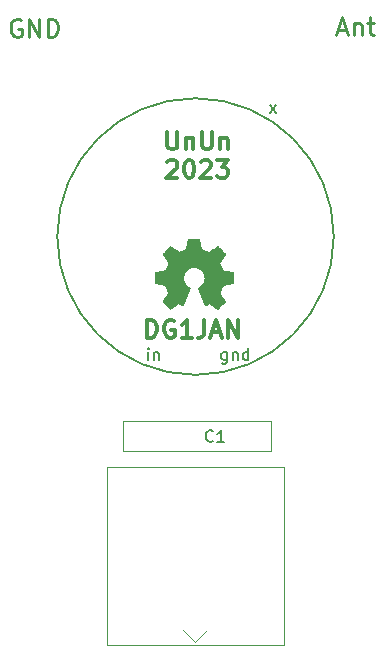
<source format=gbr>
%TF.GenerationSoftware,KiCad,Pcbnew,6.0.2+dfsg-1*%
%TF.CreationDate,2023-02-03T15:03:30+01:00*%
%TF.ProjectId,UnUn_BNC,556e556e-5f42-44e4-932e-6b696361645f,rev?*%
%TF.SameCoordinates,Original*%
%TF.FileFunction,Legend,Top*%
%TF.FilePolarity,Positive*%
%FSLAX46Y46*%
G04 Gerber Fmt 4.6, Leading zero omitted, Abs format (unit mm)*
G04 Created by KiCad (PCBNEW 6.0.2+dfsg-1) date 2023-02-03 15:03:30*
%MOMM*%
%LPD*%
G01*
G04 APERTURE LIST*
%ADD10C,0.250000*%
%ADD11C,0.300000*%
%ADD12C,0.150000*%
%ADD13C,0.010000*%
%ADD14C,0.120000*%
G04 APERTURE END LIST*
D10*
X129610714Y-48050000D02*
X130325000Y-48050000D01*
X129467857Y-48478571D02*
X129967857Y-46978571D01*
X130467857Y-48478571D01*
X130967857Y-47478571D02*
X130967857Y-48478571D01*
X130967857Y-47621428D02*
X131039285Y-47550000D01*
X131182142Y-47478571D01*
X131396428Y-47478571D01*
X131539285Y-47550000D01*
X131610714Y-47692857D01*
X131610714Y-48478571D01*
X132110714Y-47478571D02*
X132682142Y-47478571D01*
X132325000Y-46978571D02*
X132325000Y-48264285D01*
X132396428Y-48407142D01*
X132539285Y-48478571D01*
X132682142Y-48478571D01*
D11*
X115157571Y-56645071D02*
X115157571Y-57859357D01*
X115229000Y-58002214D01*
X115300428Y-58073642D01*
X115443285Y-58145071D01*
X115729000Y-58145071D01*
X115871857Y-58073642D01*
X115943285Y-58002214D01*
X116014714Y-57859357D01*
X116014714Y-56645071D01*
X116729000Y-57145071D02*
X116729000Y-58145071D01*
X116729000Y-57287928D02*
X116800428Y-57216500D01*
X116943285Y-57145071D01*
X117157571Y-57145071D01*
X117300428Y-57216500D01*
X117371857Y-57359357D01*
X117371857Y-58145071D01*
X118086142Y-56645071D02*
X118086142Y-57859357D01*
X118157571Y-58002214D01*
X118229000Y-58073642D01*
X118371857Y-58145071D01*
X118657571Y-58145071D01*
X118800428Y-58073642D01*
X118871857Y-58002214D01*
X118943285Y-57859357D01*
X118943285Y-56645071D01*
X119657571Y-57145071D02*
X119657571Y-58145071D01*
X119657571Y-57287928D02*
X119729000Y-57216500D01*
X119871857Y-57145071D01*
X120086142Y-57145071D01*
X120229000Y-57216500D01*
X120300428Y-57359357D01*
X120300428Y-58145071D01*
X115157571Y-59202928D02*
X115229000Y-59131500D01*
X115371857Y-59060071D01*
X115729000Y-59060071D01*
X115871857Y-59131500D01*
X115943285Y-59202928D01*
X116014714Y-59345785D01*
X116014714Y-59488642D01*
X115943285Y-59702928D01*
X115086142Y-60560071D01*
X116014714Y-60560071D01*
X116943285Y-59060071D02*
X117086142Y-59060071D01*
X117229000Y-59131500D01*
X117300428Y-59202928D01*
X117371857Y-59345785D01*
X117443285Y-59631500D01*
X117443285Y-59988642D01*
X117371857Y-60274357D01*
X117300428Y-60417214D01*
X117229000Y-60488642D01*
X117086142Y-60560071D01*
X116943285Y-60560071D01*
X116800428Y-60488642D01*
X116729000Y-60417214D01*
X116657571Y-60274357D01*
X116586142Y-59988642D01*
X116586142Y-59631500D01*
X116657571Y-59345785D01*
X116729000Y-59202928D01*
X116800428Y-59131500D01*
X116943285Y-59060071D01*
X118014714Y-59202928D02*
X118086142Y-59131500D01*
X118229000Y-59060071D01*
X118586142Y-59060071D01*
X118729000Y-59131500D01*
X118800428Y-59202928D01*
X118871857Y-59345785D01*
X118871857Y-59488642D01*
X118800428Y-59702928D01*
X117943285Y-60560071D01*
X118871857Y-60560071D01*
X119371857Y-59060071D02*
X120300428Y-59060071D01*
X119800428Y-59631500D01*
X120014714Y-59631500D01*
X120157571Y-59702928D01*
X120229000Y-59774357D01*
X120300428Y-59917214D01*
X120300428Y-60274357D01*
X120229000Y-60417214D01*
X120157571Y-60488642D01*
X120014714Y-60560071D01*
X119586142Y-60560071D01*
X119443285Y-60488642D01*
X119371857Y-60417214D01*
X113442857Y-74078571D02*
X113442857Y-72578571D01*
X113800000Y-72578571D01*
X114014285Y-72650000D01*
X114157142Y-72792857D01*
X114228571Y-72935714D01*
X114300000Y-73221428D01*
X114300000Y-73435714D01*
X114228571Y-73721428D01*
X114157142Y-73864285D01*
X114014285Y-74007142D01*
X113800000Y-74078571D01*
X113442857Y-74078571D01*
X115728571Y-72650000D02*
X115585714Y-72578571D01*
X115371428Y-72578571D01*
X115157142Y-72650000D01*
X115014285Y-72792857D01*
X114942857Y-72935714D01*
X114871428Y-73221428D01*
X114871428Y-73435714D01*
X114942857Y-73721428D01*
X115014285Y-73864285D01*
X115157142Y-74007142D01*
X115371428Y-74078571D01*
X115514285Y-74078571D01*
X115728571Y-74007142D01*
X115800000Y-73935714D01*
X115800000Y-73435714D01*
X115514285Y-73435714D01*
X117228571Y-74078571D02*
X116371428Y-74078571D01*
X116800000Y-74078571D02*
X116800000Y-72578571D01*
X116657142Y-72792857D01*
X116514285Y-72935714D01*
X116371428Y-73007142D01*
X118300000Y-72578571D02*
X118300000Y-73650000D01*
X118228571Y-73864285D01*
X118085714Y-74007142D01*
X117871428Y-74078571D01*
X117728571Y-74078571D01*
X118942857Y-73650000D02*
X119657142Y-73650000D01*
X118800000Y-74078571D02*
X119300000Y-72578571D01*
X119800000Y-74078571D01*
X120300000Y-74078571D02*
X120300000Y-72578571D01*
X121157142Y-74078571D01*
X121157142Y-72578571D01*
D10*
X102757142Y-47175000D02*
X102614285Y-47103571D01*
X102400000Y-47103571D01*
X102185714Y-47175000D01*
X102042857Y-47317857D01*
X101971428Y-47460714D01*
X101900000Y-47746428D01*
X101900000Y-47960714D01*
X101971428Y-48246428D01*
X102042857Y-48389285D01*
X102185714Y-48532142D01*
X102400000Y-48603571D01*
X102542857Y-48603571D01*
X102757142Y-48532142D01*
X102828571Y-48460714D01*
X102828571Y-47960714D01*
X102542857Y-47960714D01*
X103471428Y-48603571D02*
X103471428Y-47103571D01*
X104328571Y-48603571D01*
X104328571Y-47103571D01*
X105042857Y-48603571D02*
X105042857Y-47103571D01*
X105400000Y-47103571D01*
X105614285Y-47175000D01*
X105757142Y-47317857D01*
X105828571Y-47460714D01*
X105900000Y-47746428D01*
X105900000Y-47960714D01*
X105828571Y-48246428D01*
X105757142Y-48389285D01*
X105614285Y-48532142D01*
X105400000Y-48603571D01*
X105042857Y-48603571D01*
D12*
%TO.C,U2*%
X123867895Y-55062380D02*
X124391704Y-54395714D01*
X123867895Y-54395714D02*
X124391704Y-55062380D01*
X120211523Y-75317714D02*
X120211523Y-76127238D01*
X120163904Y-76222476D01*
X120116285Y-76270095D01*
X120021047Y-76317714D01*
X119878190Y-76317714D01*
X119782952Y-76270095D01*
X120211523Y-75936761D02*
X120116285Y-75984380D01*
X119925809Y-75984380D01*
X119830571Y-75936761D01*
X119782952Y-75889142D01*
X119735333Y-75793904D01*
X119735333Y-75508190D01*
X119782952Y-75412952D01*
X119830571Y-75365333D01*
X119925809Y-75317714D01*
X120116285Y-75317714D01*
X120211523Y-75365333D01*
X120687714Y-75317714D02*
X120687714Y-75984380D01*
X120687714Y-75412952D02*
X120735333Y-75365333D01*
X120830571Y-75317714D01*
X120973428Y-75317714D01*
X121068666Y-75365333D01*
X121116285Y-75460571D01*
X121116285Y-75984380D01*
X122021047Y-75984380D02*
X122021047Y-74984380D01*
X122021047Y-75936761D02*
X121925809Y-75984380D01*
X121735333Y-75984380D01*
X121640095Y-75936761D01*
X121592476Y-75889142D01*
X121544857Y-75793904D01*
X121544857Y-75508190D01*
X121592476Y-75412952D01*
X121640095Y-75365333D01*
X121735333Y-75317714D01*
X121925809Y-75317714D01*
X122021047Y-75365333D01*
X113549619Y-75984380D02*
X113549619Y-75317714D01*
X113549619Y-74984380D02*
X113502000Y-75032000D01*
X113549619Y-75079619D01*
X113597238Y-75032000D01*
X113549619Y-74984380D01*
X113549619Y-75079619D01*
X114025809Y-75317714D02*
X114025809Y-75984380D01*
X114025809Y-75412952D02*
X114073428Y-75365333D01*
X114168666Y-75317714D01*
X114311523Y-75317714D01*
X114406761Y-75365333D01*
X114454380Y-75460571D01*
X114454380Y-75984380D01*
%TO.C,C1*%
X119032333Y-82832942D02*
X118984714Y-82880561D01*
X118841857Y-82928180D01*
X118746619Y-82928180D01*
X118603761Y-82880561D01*
X118508523Y-82785323D01*
X118460904Y-82690085D01*
X118413285Y-82499609D01*
X118413285Y-82356752D01*
X118460904Y-82166276D01*
X118508523Y-82071038D01*
X118603761Y-81975800D01*
X118746619Y-81928180D01*
X118841857Y-81928180D01*
X118984714Y-81975800D01*
X119032333Y-82023419D01*
X119984714Y-82928180D02*
X119413285Y-82928180D01*
X119699000Y-82928180D02*
X119699000Y-81928180D01*
X119603761Y-82071038D01*
X119508523Y-82166276D01*
X119413285Y-82213895D01*
D13*
%TO.C,REF\u002A\u002A*%
X117955814Y-66168931D02*
X118039635Y-66613555D01*
X118039635Y-66613555D02*
X118348920Y-66741053D01*
X118348920Y-66741053D02*
X118658206Y-66868551D01*
X118658206Y-66868551D02*
X119029246Y-66616246D01*
X119029246Y-66616246D02*
X119133157Y-66545996D01*
X119133157Y-66545996D02*
X119227087Y-66483272D01*
X119227087Y-66483272D02*
X119306652Y-66430938D01*
X119306652Y-66430938D02*
X119367470Y-66391857D01*
X119367470Y-66391857D02*
X119405157Y-66368893D01*
X119405157Y-66368893D02*
X119415421Y-66363942D01*
X119415421Y-66363942D02*
X119433910Y-66376676D01*
X119433910Y-66376676D02*
X119473420Y-66411882D01*
X119473420Y-66411882D02*
X119529522Y-66465062D01*
X119529522Y-66465062D02*
X119597787Y-66531718D01*
X119597787Y-66531718D02*
X119673786Y-66607354D01*
X119673786Y-66607354D02*
X119753092Y-66687472D01*
X119753092Y-66687472D02*
X119831275Y-66767574D01*
X119831275Y-66767574D02*
X119903907Y-66843164D01*
X119903907Y-66843164D02*
X119966559Y-66909745D01*
X119966559Y-66909745D02*
X120014803Y-66962818D01*
X120014803Y-66962818D02*
X120044210Y-66997887D01*
X120044210Y-66997887D02*
X120051241Y-67009623D01*
X120051241Y-67009623D02*
X120041123Y-67031260D01*
X120041123Y-67031260D02*
X120012759Y-67078662D01*
X120012759Y-67078662D02*
X119969129Y-67147193D01*
X119969129Y-67147193D02*
X119913218Y-67232215D01*
X119913218Y-67232215D02*
X119848006Y-67329093D01*
X119848006Y-67329093D02*
X119810219Y-67384350D01*
X119810219Y-67384350D02*
X119741343Y-67485248D01*
X119741343Y-67485248D02*
X119680140Y-67576299D01*
X119680140Y-67576299D02*
X119629578Y-67652970D01*
X119629578Y-67652970D02*
X119592628Y-67710728D01*
X119592628Y-67710728D02*
X119572258Y-67745043D01*
X119572258Y-67745043D02*
X119569197Y-67752254D01*
X119569197Y-67752254D02*
X119576136Y-67772748D01*
X119576136Y-67772748D02*
X119595051Y-67820513D01*
X119595051Y-67820513D02*
X119623087Y-67888832D01*
X119623087Y-67888832D02*
X119657391Y-67970989D01*
X119657391Y-67970989D02*
X119695109Y-68060270D01*
X119695109Y-68060270D02*
X119733387Y-68149958D01*
X119733387Y-68149958D02*
X119769370Y-68233338D01*
X119769370Y-68233338D02*
X119800206Y-68303694D01*
X119800206Y-68303694D02*
X119823039Y-68354310D01*
X119823039Y-68354310D02*
X119835017Y-68378471D01*
X119835017Y-68378471D02*
X119835724Y-68379422D01*
X119835724Y-68379422D02*
X119854531Y-68384036D01*
X119854531Y-68384036D02*
X119904618Y-68394328D01*
X119904618Y-68394328D02*
X119980793Y-68409287D01*
X119980793Y-68409287D02*
X120077865Y-68427901D01*
X120077865Y-68427901D02*
X120190643Y-68449159D01*
X120190643Y-68449159D02*
X120256442Y-68461418D01*
X120256442Y-68461418D02*
X120376950Y-68484362D01*
X120376950Y-68484362D02*
X120485797Y-68506195D01*
X120485797Y-68506195D02*
X120577476Y-68525722D01*
X120577476Y-68525722D02*
X120646481Y-68541748D01*
X120646481Y-68541748D02*
X120687304Y-68553079D01*
X120687304Y-68553079D02*
X120695511Y-68556674D01*
X120695511Y-68556674D02*
X120703548Y-68581006D01*
X120703548Y-68581006D02*
X120710033Y-68635959D01*
X120710033Y-68635959D02*
X120714970Y-68715108D01*
X120714970Y-68715108D02*
X120718364Y-68812026D01*
X120718364Y-68812026D02*
X120720218Y-68920287D01*
X120720218Y-68920287D02*
X120720538Y-69033465D01*
X120720538Y-69033465D02*
X120719327Y-69145135D01*
X120719327Y-69145135D02*
X120716590Y-69248868D01*
X120716590Y-69248868D02*
X120712331Y-69338241D01*
X120712331Y-69338241D02*
X120706555Y-69406826D01*
X120706555Y-69406826D02*
X120699267Y-69448197D01*
X120699267Y-69448197D02*
X120694895Y-69456810D01*
X120694895Y-69456810D02*
X120668764Y-69467133D01*
X120668764Y-69467133D02*
X120613393Y-69481892D01*
X120613393Y-69481892D02*
X120536107Y-69499352D01*
X120536107Y-69499352D02*
X120444230Y-69517780D01*
X120444230Y-69517780D02*
X120412158Y-69523741D01*
X120412158Y-69523741D02*
X120257524Y-69552066D01*
X120257524Y-69552066D02*
X120135375Y-69574876D01*
X120135375Y-69574876D02*
X120041673Y-69593080D01*
X120041673Y-69593080D02*
X119972384Y-69607583D01*
X119972384Y-69607583D02*
X119923471Y-69619292D01*
X119923471Y-69619292D02*
X119890897Y-69629115D01*
X119890897Y-69629115D02*
X119870628Y-69637956D01*
X119870628Y-69637956D02*
X119858626Y-69646724D01*
X119858626Y-69646724D02*
X119856947Y-69648457D01*
X119856947Y-69648457D02*
X119840184Y-69676371D01*
X119840184Y-69676371D02*
X119814614Y-69730695D01*
X119814614Y-69730695D02*
X119782788Y-69804777D01*
X119782788Y-69804777D02*
X119747260Y-69891965D01*
X119747260Y-69891965D02*
X119710583Y-69985608D01*
X119710583Y-69985608D02*
X119675311Y-70079052D01*
X119675311Y-70079052D02*
X119643996Y-70165647D01*
X119643996Y-70165647D02*
X119619193Y-70238740D01*
X119619193Y-70238740D02*
X119603454Y-70291678D01*
X119603454Y-70291678D02*
X119599332Y-70317811D01*
X119599332Y-70317811D02*
X119599676Y-70318726D01*
X119599676Y-70318726D02*
X119613641Y-70340086D01*
X119613641Y-70340086D02*
X119645322Y-70387084D01*
X119645322Y-70387084D02*
X119691391Y-70454827D01*
X119691391Y-70454827D02*
X119748518Y-70538423D01*
X119748518Y-70538423D02*
X119813373Y-70632982D01*
X119813373Y-70632982D02*
X119831843Y-70659854D01*
X119831843Y-70659854D02*
X119897699Y-70757275D01*
X119897699Y-70757275D02*
X119955650Y-70846163D01*
X119955650Y-70846163D02*
X120002538Y-70921412D01*
X120002538Y-70921412D02*
X120035207Y-70977920D01*
X120035207Y-70977920D02*
X120050500Y-71010581D01*
X120050500Y-71010581D02*
X120051241Y-71014593D01*
X120051241Y-71014593D02*
X120038392Y-71035684D01*
X120038392Y-71035684D02*
X120002888Y-71077464D01*
X120002888Y-71077464D02*
X119949293Y-71135445D01*
X119949293Y-71135445D02*
X119882171Y-71205135D01*
X119882171Y-71205135D02*
X119806087Y-71282045D01*
X119806087Y-71282045D02*
X119725604Y-71361683D01*
X119725604Y-71361683D02*
X119645287Y-71439561D01*
X119645287Y-71439561D02*
X119569699Y-71511186D01*
X119569699Y-71511186D02*
X119503405Y-71572070D01*
X119503405Y-71572070D02*
X119450969Y-71617721D01*
X119450969Y-71617721D02*
X119416955Y-71643650D01*
X119416955Y-71643650D02*
X119407545Y-71647883D01*
X119407545Y-71647883D02*
X119385643Y-71637912D01*
X119385643Y-71637912D02*
X119340800Y-71611020D01*
X119340800Y-71611020D02*
X119280321Y-71571736D01*
X119280321Y-71571736D02*
X119233789Y-71540117D01*
X119233789Y-71540117D02*
X119149475Y-71482098D01*
X119149475Y-71482098D02*
X119049626Y-71413784D01*
X119049626Y-71413784D02*
X118949473Y-71345579D01*
X118949473Y-71345579D02*
X118895627Y-71309075D01*
X118895627Y-71309075D02*
X118713371Y-71185800D01*
X118713371Y-71185800D02*
X118560381Y-71268520D01*
X118560381Y-71268520D02*
X118490682Y-71304759D01*
X118490682Y-71304759D02*
X118431414Y-71332926D01*
X118431414Y-71332926D02*
X118391311Y-71348991D01*
X118391311Y-71348991D02*
X118381103Y-71351226D01*
X118381103Y-71351226D02*
X118368829Y-71334722D01*
X118368829Y-71334722D02*
X118344613Y-71288082D01*
X118344613Y-71288082D02*
X118310263Y-71215609D01*
X118310263Y-71215609D02*
X118267588Y-71121606D01*
X118267588Y-71121606D02*
X118218394Y-71010374D01*
X118218394Y-71010374D02*
X118164490Y-70886215D01*
X118164490Y-70886215D02*
X118107684Y-70753432D01*
X118107684Y-70753432D02*
X118049782Y-70616327D01*
X118049782Y-70616327D02*
X117992593Y-70479202D01*
X117992593Y-70479202D02*
X117937924Y-70346358D01*
X117937924Y-70346358D02*
X117887584Y-70222098D01*
X117887584Y-70222098D02*
X117843380Y-70110725D01*
X117843380Y-70110725D02*
X117807119Y-70016539D01*
X117807119Y-70016539D02*
X117780609Y-69943844D01*
X117780609Y-69943844D02*
X117765658Y-69896941D01*
X117765658Y-69896941D02*
X117763254Y-69880833D01*
X117763254Y-69880833D02*
X117782311Y-69860286D01*
X117782311Y-69860286D02*
X117824036Y-69826933D01*
X117824036Y-69826933D02*
X117879706Y-69787702D01*
X117879706Y-69787702D02*
X117884378Y-69784599D01*
X117884378Y-69784599D02*
X118028264Y-69669423D01*
X118028264Y-69669423D02*
X118144283Y-69535053D01*
X118144283Y-69535053D02*
X118231430Y-69385784D01*
X118231430Y-69385784D02*
X118288699Y-69225913D01*
X118288699Y-69225913D02*
X118315086Y-69059737D01*
X118315086Y-69059737D02*
X118309585Y-68891552D01*
X118309585Y-68891552D02*
X118271190Y-68725655D01*
X118271190Y-68725655D02*
X118198895Y-68566342D01*
X118198895Y-68566342D02*
X118177626Y-68531487D01*
X118177626Y-68531487D02*
X118066996Y-68390737D01*
X118066996Y-68390737D02*
X117936302Y-68277714D01*
X117936302Y-68277714D02*
X117790064Y-68193003D01*
X117790064Y-68193003D02*
X117632808Y-68137194D01*
X117632808Y-68137194D02*
X117469057Y-68110874D01*
X117469057Y-68110874D02*
X117303333Y-68114630D01*
X117303333Y-68114630D02*
X117140162Y-68149050D01*
X117140162Y-68149050D02*
X116984065Y-68214723D01*
X116984065Y-68214723D02*
X116839567Y-68312235D01*
X116839567Y-68312235D02*
X116794869Y-68351813D01*
X116794869Y-68351813D02*
X116681112Y-68475703D01*
X116681112Y-68475703D02*
X116598218Y-68606124D01*
X116598218Y-68606124D02*
X116541356Y-68752315D01*
X116541356Y-68752315D02*
X116509687Y-68897088D01*
X116509687Y-68897088D02*
X116501869Y-69059860D01*
X116501869Y-69059860D02*
X116527938Y-69223440D01*
X116527938Y-69223440D02*
X116585245Y-69382298D01*
X116585245Y-69382298D02*
X116671144Y-69530906D01*
X116671144Y-69530906D02*
X116782986Y-69663735D01*
X116782986Y-69663735D02*
X116918123Y-69775256D01*
X116918123Y-69775256D02*
X116935883Y-69787011D01*
X116935883Y-69787011D02*
X116992150Y-69825508D01*
X116992150Y-69825508D02*
X117034923Y-69858863D01*
X117034923Y-69858863D02*
X117055372Y-69880160D01*
X117055372Y-69880160D02*
X117055669Y-69880833D01*
X117055669Y-69880833D02*
X117051279Y-69903871D01*
X117051279Y-69903871D02*
X117033876Y-69956157D01*
X117033876Y-69956157D02*
X117005268Y-70033390D01*
X117005268Y-70033390D02*
X116967265Y-70131268D01*
X116967265Y-70131268D02*
X116921674Y-70245491D01*
X116921674Y-70245491D02*
X116870303Y-70371758D01*
X116870303Y-70371758D02*
X116814962Y-70505767D01*
X116814962Y-70505767D02*
X116757458Y-70643218D01*
X116757458Y-70643218D02*
X116699601Y-70779808D01*
X116699601Y-70779808D02*
X116643198Y-70911237D01*
X116643198Y-70911237D02*
X116590058Y-71033205D01*
X116590058Y-71033205D02*
X116541990Y-71141409D01*
X116541990Y-71141409D02*
X116500801Y-71231549D01*
X116500801Y-71231549D02*
X116468301Y-71299323D01*
X116468301Y-71299323D02*
X116446297Y-71340430D01*
X116446297Y-71340430D02*
X116437436Y-71351226D01*
X116437436Y-71351226D02*
X116410360Y-71342819D01*
X116410360Y-71342819D02*
X116359697Y-71320272D01*
X116359697Y-71320272D02*
X116294183Y-71287613D01*
X116294183Y-71287613D02*
X116258159Y-71268520D01*
X116258159Y-71268520D02*
X116105168Y-71185800D01*
X116105168Y-71185800D02*
X115922912Y-71309075D01*
X115922912Y-71309075D02*
X115829875Y-71372228D01*
X115829875Y-71372228D02*
X115728015Y-71441727D01*
X115728015Y-71441727D02*
X115632562Y-71507165D01*
X115632562Y-71507165D02*
X115584750Y-71540117D01*
X115584750Y-71540117D02*
X115517505Y-71585273D01*
X115517505Y-71585273D02*
X115460564Y-71621057D01*
X115460564Y-71621057D02*
X115421354Y-71642938D01*
X115421354Y-71642938D02*
X115408619Y-71647563D01*
X115408619Y-71647563D02*
X115390083Y-71635085D01*
X115390083Y-71635085D02*
X115349059Y-71600252D01*
X115349059Y-71600252D02*
X115289525Y-71546678D01*
X115289525Y-71546678D02*
X115215458Y-71477983D01*
X115215458Y-71477983D02*
X115130835Y-71397781D01*
X115130835Y-71397781D02*
X115077315Y-71346286D01*
X115077315Y-71346286D02*
X114983681Y-71254286D01*
X114983681Y-71254286D02*
X114902759Y-71171999D01*
X114902759Y-71171999D02*
X114837823Y-71102945D01*
X114837823Y-71102945D02*
X114792142Y-71050644D01*
X114792142Y-71050644D02*
X114768989Y-71018616D01*
X114768989Y-71018616D02*
X114766768Y-71012116D01*
X114766768Y-71012116D02*
X114777076Y-70987394D01*
X114777076Y-70987394D02*
X114805561Y-70937405D01*
X114805561Y-70937405D02*
X114849063Y-70867212D01*
X114849063Y-70867212D02*
X114904423Y-70781875D01*
X114904423Y-70781875D02*
X114968480Y-70686456D01*
X114968480Y-70686456D02*
X114986697Y-70659854D01*
X114986697Y-70659854D02*
X115053073Y-70563167D01*
X115053073Y-70563167D02*
X115112622Y-70476117D01*
X115112622Y-70476117D02*
X115162016Y-70403595D01*
X115162016Y-70403595D02*
X115197925Y-70350493D01*
X115197925Y-70350493D02*
X115217019Y-70321703D01*
X115217019Y-70321703D02*
X115218864Y-70318726D01*
X115218864Y-70318726D02*
X115216105Y-70295782D01*
X115216105Y-70295782D02*
X115201462Y-70245336D01*
X115201462Y-70245336D02*
X115177487Y-70174041D01*
X115177487Y-70174041D02*
X115146734Y-70088547D01*
X115146734Y-70088547D02*
X115111756Y-69995507D01*
X115111756Y-69995507D02*
X115075107Y-69901574D01*
X115075107Y-69901574D02*
X115039339Y-69813399D01*
X115039339Y-69813399D02*
X115007006Y-69737634D01*
X115007006Y-69737634D02*
X114980662Y-69680931D01*
X114980662Y-69680931D02*
X114962858Y-69649943D01*
X114962858Y-69649943D02*
X114961593Y-69648457D01*
X114961593Y-69648457D02*
X114950706Y-69639601D01*
X114950706Y-69639601D02*
X114932318Y-69630843D01*
X114932318Y-69630843D02*
X114902394Y-69621277D01*
X114902394Y-69621277D02*
X114856897Y-69609996D01*
X114856897Y-69609996D02*
X114791791Y-69596093D01*
X114791791Y-69596093D02*
X114703039Y-69578663D01*
X114703039Y-69578663D02*
X114586607Y-69556798D01*
X114586607Y-69556798D02*
X114438458Y-69529591D01*
X114438458Y-69529591D02*
X114406382Y-69523741D01*
X114406382Y-69523741D02*
X114311314Y-69505374D01*
X114311314Y-69505374D02*
X114228435Y-69487405D01*
X114228435Y-69487405D02*
X114165070Y-69471569D01*
X114165070Y-69471569D02*
X114128542Y-69459600D01*
X114128542Y-69459600D02*
X114123644Y-69456810D01*
X114123644Y-69456810D02*
X114115573Y-69432072D01*
X114115573Y-69432072D02*
X114109013Y-69376790D01*
X114109013Y-69376790D02*
X114103967Y-69297389D01*
X114103967Y-69297389D02*
X114100441Y-69200296D01*
X114100441Y-69200296D02*
X114098439Y-69091938D01*
X114098439Y-69091938D02*
X114097964Y-68978740D01*
X114097964Y-68978740D02*
X114099023Y-68867128D01*
X114099023Y-68867128D02*
X114101618Y-68763529D01*
X114101618Y-68763529D02*
X114105754Y-68674368D01*
X114105754Y-68674368D02*
X114111437Y-68606072D01*
X114111437Y-68606072D02*
X114118669Y-68565066D01*
X114118669Y-68565066D02*
X114123029Y-68556674D01*
X114123029Y-68556674D02*
X114147302Y-68548208D01*
X114147302Y-68548208D02*
X114202574Y-68534435D01*
X114202574Y-68534435D02*
X114283338Y-68516550D01*
X114283338Y-68516550D02*
X114384088Y-68495748D01*
X114384088Y-68495748D02*
X114499317Y-68473223D01*
X114499317Y-68473223D02*
X114562098Y-68461418D01*
X114562098Y-68461418D02*
X114681213Y-68439151D01*
X114681213Y-68439151D02*
X114787435Y-68418979D01*
X114787435Y-68418979D02*
X114875573Y-68401915D01*
X114875573Y-68401915D02*
X114940434Y-68388969D01*
X114940434Y-68388969D02*
X114976826Y-68381155D01*
X114976826Y-68381155D02*
X114982816Y-68379422D01*
X114982816Y-68379422D02*
X114992939Y-68359890D01*
X114992939Y-68359890D02*
X115014338Y-68312843D01*
X115014338Y-68312843D02*
X115044161Y-68245003D01*
X115044161Y-68245003D02*
X115079555Y-68163091D01*
X115079555Y-68163091D02*
X115117668Y-68073828D01*
X115117668Y-68073828D02*
X115155647Y-67983935D01*
X115155647Y-67983935D02*
X115190640Y-67900135D01*
X115190640Y-67900135D02*
X115219794Y-67829147D01*
X115219794Y-67829147D02*
X115240257Y-67777694D01*
X115240257Y-67777694D02*
X115249177Y-67752497D01*
X115249177Y-67752497D02*
X115249343Y-67751396D01*
X115249343Y-67751396D02*
X115239231Y-67731519D01*
X115239231Y-67731519D02*
X115210883Y-67685777D01*
X115210883Y-67685777D02*
X115167277Y-67618717D01*
X115167277Y-67618717D02*
X115111394Y-67534884D01*
X115111394Y-67534884D02*
X115046213Y-67438826D01*
X115046213Y-67438826D02*
X115008321Y-67383650D01*
X115008321Y-67383650D02*
X114939275Y-67282481D01*
X114939275Y-67282481D02*
X114877950Y-67190630D01*
X114877950Y-67190630D02*
X114827337Y-67112744D01*
X114827337Y-67112744D02*
X114790429Y-67053469D01*
X114790429Y-67053469D02*
X114770218Y-67017451D01*
X114770218Y-67017451D02*
X114767299Y-67009377D01*
X114767299Y-67009377D02*
X114779847Y-66990584D01*
X114779847Y-66990584D02*
X114814537Y-66950457D01*
X114814537Y-66950457D02*
X114866937Y-66893493D01*
X114866937Y-66893493D02*
X114932616Y-66824185D01*
X114932616Y-66824185D02*
X115007144Y-66747031D01*
X115007144Y-66747031D02*
X115086087Y-66666525D01*
X115086087Y-66666525D02*
X115165017Y-66587163D01*
X115165017Y-66587163D02*
X115239500Y-66513440D01*
X115239500Y-66513440D02*
X115305106Y-66449852D01*
X115305106Y-66449852D02*
X115357404Y-66400894D01*
X115357404Y-66400894D02*
X115391961Y-66371061D01*
X115391961Y-66371061D02*
X115403522Y-66363942D01*
X115403522Y-66363942D02*
X115422346Y-66373953D01*
X115422346Y-66373953D02*
X115467369Y-66402078D01*
X115467369Y-66402078D02*
X115534213Y-66445454D01*
X115534213Y-66445454D02*
X115618501Y-66501218D01*
X115618501Y-66501218D02*
X115715856Y-66566506D01*
X115715856Y-66566506D02*
X115789293Y-66616246D01*
X115789293Y-66616246D02*
X116160333Y-66868551D01*
X116160333Y-66868551D02*
X116778905Y-66613555D01*
X116778905Y-66613555D02*
X116862725Y-66168931D01*
X116862725Y-66168931D02*
X116946546Y-65724307D01*
X116946546Y-65724307D02*
X117871994Y-65724307D01*
X117871994Y-65724307D02*
X117955814Y-66168931D01*
X117955814Y-66168931D02*
X117955814Y-66168931D01*
G36*
X117955814Y-66168931D02*
G01*
X118039635Y-66613555D01*
X118348920Y-66741053D01*
X118658206Y-66868551D01*
X119029246Y-66616246D01*
X119133157Y-66545996D01*
X119227087Y-66483272D01*
X119306652Y-66430938D01*
X119367470Y-66391857D01*
X119405157Y-66368893D01*
X119415421Y-66363942D01*
X119433910Y-66376676D01*
X119473420Y-66411882D01*
X119529522Y-66465062D01*
X119597787Y-66531718D01*
X119673786Y-66607354D01*
X119753092Y-66687472D01*
X119831275Y-66767574D01*
X119903907Y-66843164D01*
X119966559Y-66909745D01*
X120014803Y-66962818D01*
X120044210Y-66997887D01*
X120051241Y-67009623D01*
X120041123Y-67031260D01*
X120012759Y-67078662D01*
X119969129Y-67147193D01*
X119913218Y-67232215D01*
X119848006Y-67329093D01*
X119810219Y-67384350D01*
X119741343Y-67485248D01*
X119680140Y-67576299D01*
X119629578Y-67652970D01*
X119592628Y-67710728D01*
X119572258Y-67745043D01*
X119569197Y-67752254D01*
X119576136Y-67772748D01*
X119595051Y-67820513D01*
X119623087Y-67888832D01*
X119657391Y-67970989D01*
X119695109Y-68060270D01*
X119733387Y-68149958D01*
X119769370Y-68233338D01*
X119800206Y-68303694D01*
X119823039Y-68354310D01*
X119835017Y-68378471D01*
X119835724Y-68379422D01*
X119854531Y-68384036D01*
X119904618Y-68394328D01*
X119980793Y-68409287D01*
X120077865Y-68427901D01*
X120190643Y-68449159D01*
X120256442Y-68461418D01*
X120376950Y-68484362D01*
X120485797Y-68506195D01*
X120577476Y-68525722D01*
X120646481Y-68541748D01*
X120687304Y-68553079D01*
X120695511Y-68556674D01*
X120703548Y-68581006D01*
X120710033Y-68635959D01*
X120714970Y-68715108D01*
X120718364Y-68812026D01*
X120720218Y-68920287D01*
X120720538Y-69033465D01*
X120719327Y-69145135D01*
X120716590Y-69248868D01*
X120712331Y-69338241D01*
X120706555Y-69406826D01*
X120699267Y-69448197D01*
X120694895Y-69456810D01*
X120668764Y-69467133D01*
X120613393Y-69481892D01*
X120536107Y-69499352D01*
X120444230Y-69517780D01*
X120412158Y-69523741D01*
X120257524Y-69552066D01*
X120135375Y-69574876D01*
X120041673Y-69593080D01*
X119972384Y-69607583D01*
X119923471Y-69619292D01*
X119890897Y-69629115D01*
X119870628Y-69637956D01*
X119858626Y-69646724D01*
X119856947Y-69648457D01*
X119840184Y-69676371D01*
X119814614Y-69730695D01*
X119782788Y-69804777D01*
X119747260Y-69891965D01*
X119710583Y-69985608D01*
X119675311Y-70079052D01*
X119643996Y-70165647D01*
X119619193Y-70238740D01*
X119603454Y-70291678D01*
X119599332Y-70317811D01*
X119599676Y-70318726D01*
X119613641Y-70340086D01*
X119645322Y-70387084D01*
X119691391Y-70454827D01*
X119748518Y-70538423D01*
X119813373Y-70632982D01*
X119831843Y-70659854D01*
X119897699Y-70757275D01*
X119955650Y-70846163D01*
X120002538Y-70921412D01*
X120035207Y-70977920D01*
X120050500Y-71010581D01*
X120051241Y-71014593D01*
X120038392Y-71035684D01*
X120002888Y-71077464D01*
X119949293Y-71135445D01*
X119882171Y-71205135D01*
X119806087Y-71282045D01*
X119725604Y-71361683D01*
X119645287Y-71439561D01*
X119569699Y-71511186D01*
X119503405Y-71572070D01*
X119450969Y-71617721D01*
X119416955Y-71643650D01*
X119407545Y-71647883D01*
X119385643Y-71637912D01*
X119340800Y-71611020D01*
X119280321Y-71571736D01*
X119233789Y-71540117D01*
X119149475Y-71482098D01*
X119049626Y-71413784D01*
X118949473Y-71345579D01*
X118895627Y-71309075D01*
X118713371Y-71185800D01*
X118560381Y-71268520D01*
X118490682Y-71304759D01*
X118431414Y-71332926D01*
X118391311Y-71348991D01*
X118381103Y-71351226D01*
X118368829Y-71334722D01*
X118344613Y-71288082D01*
X118310263Y-71215609D01*
X118267588Y-71121606D01*
X118218394Y-71010374D01*
X118164490Y-70886215D01*
X118107684Y-70753432D01*
X118049782Y-70616327D01*
X117992593Y-70479202D01*
X117937924Y-70346358D01*
X117887584Y-70222098D01*
X117843380Y-70110725D01*
X117807119Y-70016539D01*
X117780609Y-69943844D01*
X117765658Y-69896941D01*
X117763254Y-69880833D01*
X117782311Y-69860286D01*
X117824036Y-69826933D01*
X117879706Y-69787702D01*
X117884378Y-69784599D01*
X118028264Y-69669423D01*
X118144283Y-69535053D01*
X118231430Y-69385784D01*
X118288699Y-69225913D01*
X118315086Y-69059737D01*
X118309585Y-68891552D01*
X118271190Y-68725655D01*
X118198895Y-68566342D01*
X118177626Y-68531487D01*
X118066996Y-68390737D01*
X117936302Y-68277714D01*
X117790064Y-68193003D01*
X117632808Y-68137194D01*
X117469057Y-68110874D01*
X117303333Y-68114630D01*
X117140162Y-68149050D01*
X116984065Y-68214723D01*
X116839567Y-68312235D01*
X116794869Y-68351813D01*
X116681112Y-68475703D01*
X116598218Y-68606124D01*
X116541356Y-68752315D01*
X116509687Y-68897088D01*
X116501869Y-69059860D01*
X116527938Y-69223440D01*
X116585245Y-69382298D01*
X116671144Y-69530906D01*
X116782986Y-69663735D01*
X116918123Y-69775256D01*
X116935883Y-69787011D01*
X116992150Y-69825508D01*
X117034923Y-69858863D01*
X117055372Y-69880160D01*
X117055669Y-69880833D01*
X117051279Y-69903871D01*
X117033876Y-69956157D01*
X117005268Y-70033390D01*
X116967265Y-70131268D01*
X116921674Y-70245491D01*
X116870303Y-70371758D01*
X116814962Y-70505767D01*
X116757458Y-70643218D01*
X116699601Y-70779808D01*
X116643198Y-70911237D01*
X116590058Y-71033205D01*
X116541990Y-71141409D01*
X116500801Y-71231549D01*
X116468301Y-71299323D01*
X116446297Y-71340430D01*
X116437436Y-71351226D01*
X116410360Y-71342819D01*
X116359697Y-71320272D01*
X116294183Y-71287613D01*
X116258159Y-71268520D01*
X116105168Y-71185800D01*
X115922912Y-71309075D01*
X115829875Y-71372228D01*
X115728015Y-71441727D01*
X115632562Y-71507165D01*
X115584750Y-71540117D01*
X115517505Y-71585273D01*
X115460564Y-71621057D01*
X115421354Y-71642938D01*
X115408619Y-71647563D01*
X115390083Y-71635085D01*
X115349059Y-71600252D01*
X115289525Y-71546678D01*
X115215458Y-71477983D01*
X115130835Y-71397781D01*
X115077315Y-71346286D01*
X114983681Y-71254286D01*
X114902759Y-71171999D01*
X114837823Y-71102945D01*
X114792142Y-71050644D01*
X114768989Y-71018616D01*
X114766768Y-71012116D01*
X114777076Y-70987394D01*
X114805561Y-70937405D01*
X114849063Y-70867212D01*
X114904423Y-70781875D01*
X114968480Y-70686456D01*
X114986697Y-70659854D01*
X115053073Y-70563167D01*
X115112622Y-70476117D01*
X115162016Y-70403595D01*
X115197925Y-70350493D01*
X115217019Y-70321703D01*
X115218864Y-70318726D01*
X115216105Y-70295782D01*
X115201462Y-70245336D01*
X115177487Y-70174041D01*
X115146734Y-70088547D01*
X115111756Y-69995507D01*
X115075107Y-69901574D01*
X115039339Y-69813399D01*
X115007006Y-69737634D01*
X114980662Y-69680931D01*
X114962858Y-69649943D01*
X114961593Y-69648457D01*
X114950706Y-69639601D01*
X114932318Y-69630843D01*
X114902394Y-69621277D01*
X114856897Y-69609996D01*
X114791791Y-69596093D01*
X114703039Y-69578663D01*
X114586607Y-69556798D01*
X114438458Y-69529591D01*
X114406382Y-69523741D01*
X114311314Y-69505374D01*
X114228435Y-69487405D01*
X114165070Y-69471569D01*
X114128542Y-69459600D01*
X114123644Y-69456810D01*
X114115573Y-69432072D01*
X114109013Y-69376790D01*
X114103967Y-69297389D01*
X114100441Y-69200296D01*
X114098439Y-69091938D01*
X114097964Y-68978740D01*
X114099023Y-68867128D01*
X114101618Y-68763529D01*
X114105754Y-68674368D01*
X114111437Y-68606072D01*
X114118669Y-68565066D01*
X114123029Y-68556674D01*
X114147302Y-68548208D01*
X114202574Y-68534435D01*
X114283338Y-68516550D01*
X114384088Y-68495748D01*
X114499317Y-68473223D01*
X114562098Y-68461418D01*
X114681213Y-68439151D01*
X114787435Y-68418979D01*
X114875573Y-68401915D01*
X114940434Y-68388969D01*
X114976826Y-68381155D01*
X114982816Y-68379422D01*
X114992939Y-68359890D01*
X115014338Y-68312843D01*
X115044161Y-68245003D01*
X115079555Y-68163091D01*
X115117668Y-68073828D01*
X115155647Y-67983935D01*
X115190640Y-67900135D01*
X115219794Y-67829147D01*
X115240257Y-67777694D01*
X115249177Y-67752497D01*
X115249343Y-67751396D01*
X115239231Y-67731519D01*
X115210883Y-67685777D01*
X115167277Y-67618717D01*
X115111394Y-67534884D01*
X115046213Y-67438826D01*
X115008321Y-67383650D01*
X114939275Y-67282481D01*
X114877950Y-67190630D01*
X114827337Y-67112744D01*
X114790429Y-67053469D01*
X114770218Y-67017451D01*
X114767299Y-67009377D01*
X114779847Y-66990584D01*
X114814537Y-66950457D01*
X114866937Y-66893493D01*
X114932616Y-66824185D01*
X115007144Y-66747031D01*
X115086087Y-66666525D01*
X115165017Y-66587163D01*
X115239500Y-66513440D01*
X115305106Y-66449852D01*
X115357404Y-66400894D01*
X115391961Y-66371061D01*
X115403522Y-66363942D01*
X115422346Y-66373953D01*
X115467369Y-66402078D01*
X115534213Y-66445454D01*
X115618501Y-66501218D01*
X115715856Y-66566506D01*
X115789293Y-66616246D01*
X116160333Y-66868551D01*
X116778905Y-66613555D01*
X116862725Y-66168931D01*
X116946546Y-65724307D01*
X117871994Y-65724307D01*
X117955814Y-66168931D01*
G37*
X117955814Y-66168931D02*
X118039635Y-66613555D01*
X118348920Y-66741053D01*
X118658206Y-66868551D01*
X119029246Y-66616246D01*
X119133157Y-66545996D01*
X119227087Y-66483272D01*
X119306652Y-66430938D01*
X119367470Y-66391857D01*
X119405157Y-66368893D01*
X119415421Y-66363942D01*
X119433910Y-66376676D01*
X119473420Y-66411882D01*
X119529522Y-66465062D01*
X119597787Y-66531718D01*
X119673786Y-66607354D01*
X119753092Y-66687472D01*
X119831275Y-66767574D01*
X119903907Y-66843164D01*
X119966559Y-66909745D01*
X120014803Y-66962818D01*
X120044210Y-66997887D01*
X120051241Y-67009623D01*
X120041123Y-67031260D01*
X120012759Y-67078662D01*
X119969129Y-67147193D01*
X119913218Y-67232215D01*
X119848006Y-67329093D01*
X119810219Y-67384350D01*
X119741343Y-67485248D01*
X119680140Y-67576299D01*
X119629578Y-67652970D01*
X119592628Y-67710728D01*
X119572258Y-67745043D01*
X119569197Y-67752254D01*
X119576136Y-67772748D01*
X119595051Y-67820513D01*
X119623087Y-67888832D01*
X119657391Y-67970989D01*
X119695109Y-68060270D01*
X119733387Y-68149958D01*
X119769370Y-68233338D01*
X119800206Y-68303694D01*
X119823039Y-68354310D01*
X119835017Y-68378471D01*
X119835724Y-68379422D01*
X119854531Y-68384036D01*
X119904618Y-68394328D01*
X119980793Y-68409287D01*
X120077865Y-68427901D01*
X120190643Y-68449159D01*
X120256442Y-68461418D01*
X120376950Y-68484362D01*
X120485797Y-68506195D01*
X120577476Y-68525722D01*
X120646481Y-68541748D01*
X120687304Y-68553079D01*
X120695511Y-68556674D01*
X120703548Y-68581006D01*
X120710033Y-68635959D01*
X120714970Y-68715108D01*
X120718364Y-68812026D01*
X120720218Y-68920287D01*
X120720538Y-69033465D01*
X120719327Y-69145135D01*
X120716590Y-69248868D01*
X120712331Y-69338241D01*
X120706555Y-69406826D01*
X120699267Y-69448197D01*
X120694895Y-69456810D01*
X120668764Y-69467133D01*
X120613393Y-69481892D01*
X120536107Y-69499352D01*
X120444230Y-69517780D01*
X120412158Y-69523741D01*
X120257524Y-69552066D01*
X120135375Y-69574876D01*
X120041673Y-69593080D01*
X119972384Y-69607583D01*
X119923471Y-69619292D01*
X119890897Y-69629115D01*
X119870628Y-69637956D01*
X119858626Y-69646724D01*
X119856947Y-69648457D01*
X119840184Y-69676371D01*
X119814614Y-69730695D01*
X119782788Y-69804777D01*
X119747260Y-69891965D01*
X119710583Y-69985608D01*
X119675311Y-70079052D01*
X119643996Y-70165647D01*
X119619193Y-70238740D01*
X119603454Y-70291678D01*
X119599332Y-70317811D01*
X119599676Y-70318726D01*
X119613641Y-70340086D01*
X119645322Y-70387084D01*
X119691391Y-70454827D01*
X119748518Y-70538423D01*
X119813373Y-70632982D01*
X119831843Y-70659854D01*
X119897699Y-70757275D01*
X119955650Y-70846163D01*
X120002538Y-70921412D01*
X120035207Y-70977920D01*
X120050500Y-71010581D01*
X120051241Y-71014593D01*
X120038392Y-71035684D01*
X120002888Y-71077464D01*
X119949293Y-71135445D01*
X119882171Y-71205135D01*
X119806087Y-71282045D01*
X119725604Y-71361683D01*
X119645287Y-71439561D01*
X119569699Y-71511186D01*
X119503405Y-71572070D01*
X119450969Y-71617721D01*
X119416955Y-71643650D01*
X119407545Y-71647883D01*
X119385643Y-71637912D01*
X119340800Y-71611020D01*
X119280321Y-71571736D01*
X119233789Y-71540117D01*
X119149475Y-71482098D01*
X119049626Y-71413784D01*
X118949473Y-71345579D01*
X118895627Y-71309075D01*
X118713371Y-71185800D01*
X118560381Y-71268520D01*
X118490682Y-71304759D01*
X118431414Y-71332926D01*
X118391311Y-71348991D01*
X118381103Y-71351226D01*
X118368829Y-71334722D01*
X118344613Y-71288082D01*
X118310263Y-71215609D01*
X118267588Y-71121606D01*
X118218394Y-71010374D01*
X118164490Y-70886215D01*
X118107684Y-70753432D01*
X118049782Y-70616327D01*
X117992593Y-70479202D01*
X117937924Y-70346358D01*
X117887584Y-70222098D01*
X117843380Y-70110725D01*
X117807119Y-70016539D01*
X117780609Y-69943844D01*
X117765658Y-69896941D01*
X117763254Y-69880833D01*
X117782311Y-69860286D01*
X117824036Y-69826933D01*
X117879706Y-69787702D01*
X117884378Y-69784599D01*
X118028264Y-69669423D01*
X118144283Y-69535053D01*
X118231430Y-69385784D01*
X118288699Y-69225913D01*
X118315086Y-69059737D01*
X118309585Y-68891552D01*
X118271190Y-68725655D01*
X118198895Y-68566342D01*
X118177626Y-68531487D01*
X118066996Y-68390737D01*
X117936302Y-68277714D01*
X117790064Y-68193003D01*
X117632808Y-68137194D01*
X117469057Y-68110874D01*
X117303333Y-68114630D01*
X117140162Y-68149050D01*
X116984065Y-68214723D01*
X116839567Y-68312235D01*
X116794869Y-68351813D01*
X116681112Y-68475703D01*
X116598218Y-68606124D01*
X116541356Y-68752315D01*
X116509687Y-68897088D01*
X116501869Y-69059860D01*
X116527938Y-69223440D01*
X116585245Y-69382298D01*
X116671144Y-69530906D01*
X116782986Y-69663735D01*
X116918123Y-69775256D01*
X116935883Y-69787011D01*
X116992150Y-69825508D01*
X117034923Y-69858863D01*
X117055372Y-69880160D01*
X117055669Y-69880833D01*
X117051279Y-69903871D01*
X117033876Y-69956157D01*
X117005268Y-70033390D01*
X116967265Y-70131268D01*
X116921674Y-70245491D01*
X116870303Y-70371758D01*
X116814962Y-70505767D01*
X116757458Y-70643218D01*
X116699601Y-70779808D01*
X116643198Y-70911237D01*
X116590058Y-71033205D01*
X116541990Y-71141409D01*
X116500801Y-71231549D01*
X116468301Y-71299323D01*
X116446297Y-71340430D01*
X116437436Y-71351226D01*
X116410360Y-71342819D01*
X116359697Y-71320272D01*
X116294183Y-71287613D01*
X116258159Y-71268520D01*
X116105168Y-71185800D01*
X115922912Y-71309075D01*
X115829875Y-71372228D01*
X115728015Y-71441727D01*
X115632562Y-71507165D01*
X115584750Y-71540117D01*
X115517505Y-71585273D01*
X115460564Y-71621057D01*
X115421354Y-71642938D01*
X115408619Y-71647563D01*
X115390083Y-71635085D01*
X115349059Y-71600252D01*
X115289525Y-71546678D01*
X115215458Y-71477983D01*
X115130835Y-71397781D01*
X115077315Y-71346286D01*
X114983681Y-71254286D01*
X114902759Y-71171999D01*
X114837823Y-71102945D01*
X114792142Y-71050644D01*
X114768989Y-71018616D01*
X114766768Y-71012116D01*
X114777076Y-70987394D01*
X114805561Y-70937405D01*
X114849063Y-70867212D01*
X114904423Y-70781875D01*
X114968480Y-70686456D01*
X114986697Y-70659854D01*
X115053073Y-70563167D01*
X115112622Y-70476117D01*
X115162016Y-70403595D01*
X115197925Y-70350493D01*
X115217019Y-70321703D01*
X115218864Y-70318726D01*
X115216105Y-70295782D01*
X115201462Y-70245336D01*
X115177487Y-70174041D01*
X115146734Y-70088547D01*
X115111756Y-69995507D01*
X115075107Y-69901574D01*
X115039339Y-69813399D01*
X115007006Y-69737634D01*
X114980662Y-69680931D01*
X114962858Y-69649943D01*
X114961593Y-69648457D01*
X114950706Y-69639601D01*
X114932318Y-69630843D01*
X114902394Y-69621277D01*
X114856897Y-69609996D01*
X114791791Y-69596093D01*
X114703039Y-69578663D01*
X114586607Y-69556798D01*
X114438458Y-69529591D01*
X114406382Y-69523741D01*
X114311314Y-69505374D01*
X114228435Y-69487405D01*
X114165070Y-69471569D01*
X114128542Y-69459600D01*
X114123644Y-69456810D01*
X114115573Y-69432072D01*
X114109013Y-69376790D01*
X114103967Y-69297389D01*
X114100441Y-69200296D01*
X114098439Y-69091938D01*
X114097964Y-68978740D01*
X114099023Y-68867128D01*
X114101618Y-68763529D01*
X114105754Y-68674368D01*
X114111437Y-68606072D01*
X114118669Y-68565066D01*
X114123029Y-68556674D01*
X114147302Y-68548208D01*
X114202574Y-68534435D01*
X114283338Y-68516550D01*
X114384088Y-68495748D01*
X114499317Y-68473223D01*
X114562098Y-68461418D01*
X114681213Y-68439151D01*
X114787435Y-68418979D01*
X114875573Y-68401915D01*
X114940434Y-68388969D01*
X114976826Y-68381155D01*
X114982816Y-68379422D01*
X114992939Y-68359890D01*
X115014338Y-68312843D01*
X115044161Y-68245003D01*
X115079555Y-68163091D01*
X115117668Y-68073828D01*
X115155647Y-67983935D01*
X115190640Y-67900135D01*
X115219794Y-67829147D01*
X115240257Y-67777694D01*
X115249177Y-67752497D01*
X115249343Y-67751396D01*
X115239231Y-67731519D01*
X115210883Y-67685777D01*
X115167277Y-67618717D01*
X115111394Y-67534884D01*
X115046213Y-67438826D01*
X115008321Y-67383650D01*
X114939275Y-67282481D01*
X114877950Y-67190630D01*
X114827337Y-67112744D01*
X114790429Y-67053469D01*
X114770218Y-67017451D01*
X114767299Y-67009377D01*
X114779847Y-66990584D01*
X114814537Y-66950457D01*
X114866937Y-66893493D01*
X114932616Y-66824185D01*
X115007144Y-66747031D01*
X115086087Y-66666525D01*
X115165017Y-66587163D01*
X115239500Y-66513440D01*
X115305106Y-66449852D01*
X115357404Y-66400894D01*
X115391961Y-66371061D01*
X115403522Y-66363942D01*
X115422346Y-66373953D01*
X115467369Y-66402078D01*
X115534213Y-66445454D01*
X115618501Y-66501218D01*
X115715856Y-66566506D01*
X115789293Y-66616246D01*
X116160333Y-66868551D01*
X116778905Y-66613555D01*
X116862725Y-66168931D01*
X116946546Y-65724307D01*
X117871994Y-65724307D01*
X117955814Y-66168931D01*
D12*
%TO.C,U2*%
X129260021Y-65532000D02*
G75*
G03*
X129260021Y-65532000I-11708821J0D01*
G01*
D14*
%TO.C,J1*%
X125025000Y-85075000D02*
X125025000Y-100075000D01*
X110025000Y-85075000D02*
X125025000Y-85075000D01*
X117525000Y-99875000D02*
X116525000Y-98875000D01*
X110025000Y-100075000D02*
X110025000Y-85075000D01*
X117525000Y-99875000D02*
X118525000Y-98875000D01*
X125025000Y-100075000D02*
X110025000Y-100075000D01*
%TO.C,C1*%
X111379000Y-81132800D02*
X123969400Y-81132800D01*
X123969400Y-81132800D02*
X123969400Y-83690200D01*
X123969400Y-83690200D02*
X111379000Y-83690200D01*
X111379000Y-83690200D02*
X111379000Y-81132800D01*
%TD*%
M02*

</source>
